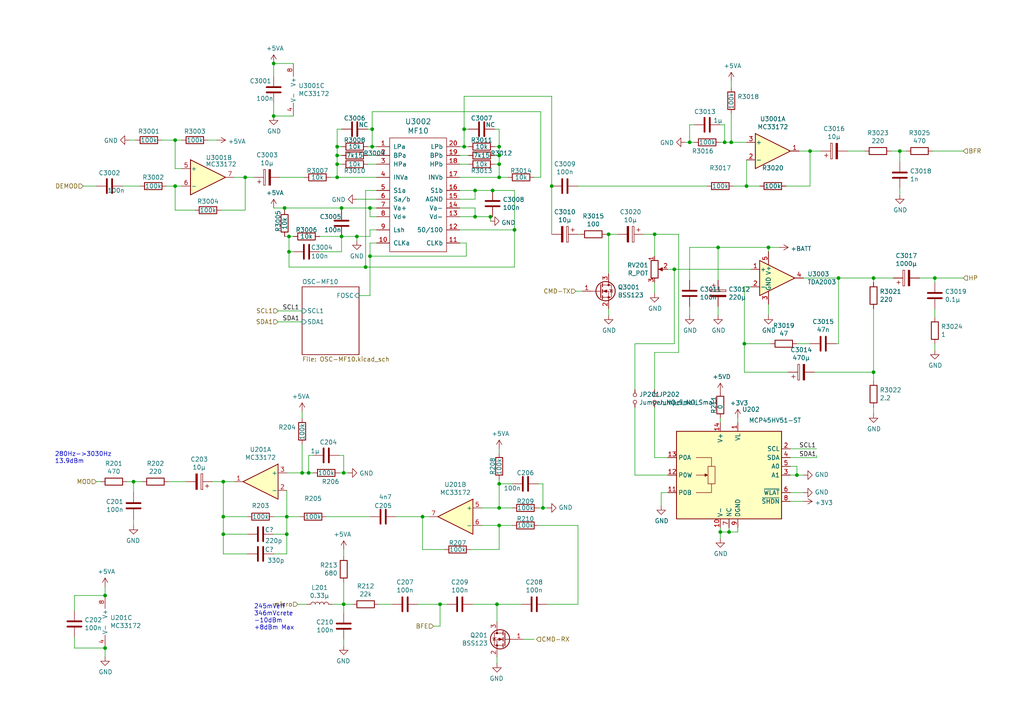
<source format=kicad_sch>
(kicad_sch (version 20211123) (generator eeschema)
  (paper "A4")
  (lib_symbols
    (symbol "Amplifier_Audio:TDA2003" (pin_names (offset 0.127))
      (property "Reference" "U" (at 3.81 6.35 0))
      (property "Value" "TDA2003" (at 3.81 3.81 0))
      (symbol "TDA2003_1_1"
        (pin input line (at -7.62 2.54 0) (length 2.54) (name "+") (number "1"))
        (pin input line (at -7.62 -2.54 0) (length 2.54) (name "-") (number "2"))
        (pin power_in line (at -2.54 -7.62 90) (length 3.81) (name "GND") (number "3"))
        (pin output line (at 7.62 0 180) (length 2.54) (name "~") (number "4"))
        (pin power_in line (at -2.54 7.62 270) (length 3.81) (name "V+") (number "5"))
      )
    )
    (symbol "Amplifier_Operational:MC33172" (pin_names (offset 0.127))
      (property "Reference" "U" (at 0 5.08 0))
      (property "Value" "MC33172" (at 0 -5.08 0))
      (symbol "MC33172_1_1"
        (pin output line (at 7.62 0 180) (length 2.54) (name "~") (number "1"))
        (pin input line (at -7.62 -2.54 0) (length 2.54) (name "-") (number "2"))
        (pin input line (at -7.62 2.54 0) (length 2.54) (name "+") (number "3"))
      )
      (symbol "MC33172_2_1"
        (pin input line (at -7.62 2.54 0) (length 2.54) (name "+") (number "5"))
        (pin input line (at -7.62 -2.54 0) (length 2.54) (name "-") (number "6"))
        (pin output line (at 7.62 0 180) (length 2.54) (name "~") (number "7"))
      )
      (symbol "MC33172_3_1"
        (pin power_in line (at -2.54 -7.62 90) (length 3.81) (name "V-") (number "4"))
        (pin power_in line (at -2.54 7.62 270) (length 3.81) (name "V+") (number "8"))
      )
    )
    (symbol "Audio-IN_OUT-rescue:CP-Device" (pin_numbers hide) (pin_names (offset 0.254))
      (property "Reference" "C" (at 0.635 2.54 0))
      (property "Value" "CP-Device" (at 0.635 -2.54 0))
      (symbol "CP-Device_1_1"
        (pin passive line (at 0 3.81 270) (length 2.794) (name "~") (number "1"))
        (pin passive line (at 0 -3.81 90) (length 2.794) (name "~") (number "2"))
      )
    )
    (symbol "Audio-IN_OUT-rescue:Jumper_NO_Small-Device" (pin_numbers hide) (pin_names (offset 0.762) hide)
      (property "Reference" "JP" (at 0 2.032 0))
      (property "Value" "Jumper_NO_Small-Device" (at 0.254 -1.524 0))
      (symbol "Jumper_NO_Small-Device_0_1"
        (pin passive line (at -2.54 0 0) (length 1.016) (name "1") (number "1"))
        (pin passive line (at 2.54 0 180) (length 1.016) (name "2") (number "2"))
      )
    )
    (symbol "Audio-IN_OUT-rescue:R_POT-Device" (pin_names (offset 1.016) hide)
      (property "Reference" "RV" (at -4.445 0 90))
      (property "Value" "R_POT-Device" (at -2.54 0 90))
      (symbol "R_POT-Device_1_1"
        (pin passive line (at 0 3.81 270) (length 1.27) (name "1") (number "1"))
        (pin passive line (at 3.81 0 180) (length 1.27) (name "2") (number "2"))
        (pin passive line (at 0 -3.81 90) (length 1.27) (name "3") (number "3"))
      )
    )
    (symbol "CEN-SCHEMA:MF10" (pin_names (offset 1.016))
      (property "Reference" "U" (at 0 0 0))
      (property "Value" "MF10" (at 0 0 0))
      (symbol "MF10_1_1"
        (pin input line (at -3.81 -5.08 0) (length 3.81) (name "LPa") (number "1"))
        (pin input line (at -3.81 -33.02 0) (length 3.81) (name "CLKa") (number "10"))
        (pin input line (at 20.32 -33.02 180) (length 3.81) (name "CLKb") (number "11"))
        (pin input line (at 20.32 -29.21 180) (length 3.81) (name "50/100") (number "12"))
        (pin input line (at 20.32 -25.4 180) (length 3.81) (name "Vd-") (number "13"))
        (pin input line (at 20.32 -22.86 180) (length 3.81) (name "Va-") (number "14"))
        (pin input line (at 20.32 -20.32 180) (length 3.81) (name "AGND") (number "15"))
        (pin input line (at 20.32 -17.78 180) (length 3.81) (name "S1b") (number "16"))
        (pin input line (at 20.32 -13.97 180) (length 3.81) (name "INVb") (number "17"))
        (pin input line (at 20.32 -10.16 180) (length 3.81) (name "HPb") (number "18"))
        (pin input line (at 20.32 -7.62 180) (length 3.81) (name "BPb") (number "19"))
        (pin input line (at -3.81 -7.62 0) (length 3.81) (name "BPa") (number "2"))
        (pin input line (at 20.32 -5.08 180) (length 3.81) (name "LPb") (number "20"))
        (pin input line (at -3.81 -10.16 0) (length 3.81) (name "HPa") (number "3"))
        (pin input line (at -3.81 -13.97 0) (length 3.81) (name "INVa") (number "4"))
        (pin input line (at -3.81 -17.78 0) (length 3.81) (name "S1a") (number "5"))
        (pin input line (at -3.81 -20.32 0) (length 3.81) (name "Sa/b") (number "6"))
        (pin input line (at -3.81 -22.86 0) (length 3.81) (name "Va+") (number "7"))
        (pin input line (at -3.81 -25.4 0) (length 3.81) (name "Vd+") (number "8"))
        (pin input line (at -3.81 -29.21 0) (length 3.81) (name "Lsh") (number "9"))
      )
    )
    (symbol "Device:C" (pin_numbers hide) (pin_names (offset 0.254))
      (property "Reference" "C" (at 0.635 2.54 0))
      (property "Value" "C" (at 0.635 -2.54 0))
      (symbol "C_1_1"
        (pin passive line (at 0 3.81 270) (length 2.794) (name "~") (number "1"))
        (pin passive line (at 0 -3.81 90) (length 2.794) (name "~") (number "2"))
      )
    )
    (symbol "Device:L" (pin_numbers hide) (pin_names (offset 1.016) hide)
      (property "Reference" "L" (at -1.27 0 90))
      (property "Value" "L" (at 1.905 0 90))
      (symbol "L_1_1"
        (pin passive line (at 0 3.81 270) (length 1.27) (name "1") (number "1"))
        (pin passive line (at 0 -3.81 90) (length 1.27) (name "2") (number "2"))
      )
    )
    (symbol "Device:R" (pin_numbers hide) (pin_names (offset 0))
      (property "Reference" "R" (at 2.032 0 90))
      (property "Value" "R" (at 0 0 90))
      (symbol "R_1_1"
        (pin passive line (at 0 3.81 270) (length 1.27) (name "~") (number "1"))
        (pin passive line (at 0 -3.81 90) (length 1.27) (name "~") (number "2"))
      )
    )
    (symbol "Potentiometer_Digital:MCP45HV51-ST"
      (property "Reference" "U" (at -13.97 13.97 0))
      (property "Value" "MCP45HV51-ST" (at 11.43 13.97 0))
      (symbol "MCP45HV51-ST_1_1"
        (pin power_in line (at -2.54 15.24 270) (length 2.54) (name "VL") (number "1"))
        (pin power_in line (at 2.54 -15.24 90) (length 2.54) (name "V-") (number "10"))
        (pin passive line (at 17.78 -5.08 180) (length 2.54) (name "P0B") (number "11"))
        (pin passive line (at 17.78 0 180) (length 2.54) (name "P0W") (number "12"))
        (pin passive line (at 17.78 5.08 180) (length 2.54) (name "P0A") (number "13"))
        (pin power_in line (at 2.54 15.24 270) (length 2.54) (name "V+") (number "14"))
        (pin input line (at -17.78 7.62 0) (length 2.54) (name "SCL") (number "2"))
        (pin input line (at -17.78 0 0) (length 2.54) (name "A1") (number "3"))
        (pin bidirectional line (at -17.78 5.08 0) (length 2.54) (name "SDA") (number "4"))
        (pin input line (at -17.78 2.54 0) (length 2.54) (name "A0") (number "5"))
        (pin input line (at -17.78 -5.08 0) (length 2.54) (name "~{WLAT}") (number "6"))
        (pin passive line (at 0 -15.24 90) (length 2.54) (name "NC") (number "7"))
        (pin input line (at -17.78 -7.62 0) (length 2.54) (name "~{SHDN}") (number "8"))
        (pin power_in line (at -2.54 -15.24 90) (length 2.54) (name "DGND") (number "9"))
      )
    )
    (symbol "Transistor_FET:BSS123" (pin_names hide)
      (property "Reference" "Q" (at 5.08 1.905 0))
      (property "Value" "BSS123" (at 5.08 0 0))
      (symbol "BSS123_1_1"
        (pin input line (at -5.08 0 0) (length 2.54) (name "G") (number "1"))
        (pin passive line (at 2.54 -5.08 90) (length 2.54) (name "S") (number "2"))
        (pin passive line (at 2.54 5.08 270) (length 2.54) (name "D") (number "3"))
      )
    )
    (symbol "power:+3V3" (power) (pin_names (offset 0))
      (property "Value" "+3V3" (at 0 3.556 0))
      (symbol "+3V3_1_1"
        (pin power_in line (at 0 0 90) (length 0) hide (name "+3V3") (number "1"))
      )
    )
    (symbol "power:+5VA" (power) (pin_names (offset 0))
      (property "Value" "+5VA" (at 0 3.556 0))
      (symbol "+5VA_1_1"
        (pin power_in line (at 0 0 90) (length 0) hide (name "+5VA") (number "1"))
      )
    )
    (symbol "power:+5VD" (power) (pin_names (offset 0))
      (property "Value" "+5VD" (at 0 3.556 0))
      (symbol "+5VD_1_1"
        (pin power_in line (at 0 0 90) (length 0) hide (name "+5VD") (number "1"))
      )
    )
    (symbol "power:+BATT" (power) (pin_names (offset 0))
      (property "Value" "+BATT" (at 0 3.556 0))
      (symbol "+BATT_1_1"
        (pin power_in line (at 0 0 90) (length 0) hide (name "+BATT") (number "1"))
      )
    )
    (symbol "power:GND" (power) (pin_names (offset 0))
      (property "Value" "GND" (at 0 -3.81 0))
      (symbol "GND_1_1"
        (pin power_in line (at 0 0 270) (length 0) hide (name "GND") (number "1"))
      )
    )
  )
  (junction (at 260.985 43.815))
  (junction (at 64.77 139.7))
  (junction (at 99.06 68.58))
  (junction (at 212.09 41.275))
  (junction (at 144.145 175.26))
  (junction (at 50.8 53.975))
  (junction (at 211.455 154.305))
  (junction (at 222.885 71.755))
  (junction (at 107.315 60.325))
  (junction (at 271.145 80.645))
  (junction (at 216.535 53.975))
  (junction (at 134.62 42.545))
  (junction (at 38.735 139.7))
  (junction (at 176.53 67.945))
  (junction (at 83.185 154.94))
  (junction (at 208.28 71.755))
  (junction (at 83.82 68.58))
  (junction (at 134.62 37.465))
  (junction (at 103.505 68.58))
  (junction (at 122.555 149.86))
  (junction (at 30.48 172.72))
  (junction (at 215.9 99.695))
  (junction (at 253.365 107.95))
  (junction (at 64.77 149.86))
  (junction (at 200.025 41.275))
  (junction (at 243.205 80.645))
  (junction (at 99.695 137.16))
  (junction (at 144.78 152.4))
  (junction (at 99.695 175.26))
  (junction (at 253.365 80.645))
  (junction (at 144.78 42.545))
  (junction (at 195.58 78.105))
  (junction (at 210.185 41.275))
  (junction (at 144.78 147.32))
  (junction (at 97.79 42.545))
  (junction (at 231.14 137.795))
  (junction (at 97.79 47.625))
  (junction (at 64.77 154.94))
  (junction (at 83.82 73.025))
  (junction (at 137.795 55.245))
  (junction (at 149.225 66.675))
  (junction (at 71.12 51.435))
  (junction (at 107.315 74.295))
  (junction (at 89.535 137.16))
  (junction (at 30.48 187.96))
  (junction (at 79.375 18.415))
  (junction (at 107.95 42.545))
  (junction (at 106.045 77.47))
  (junction (at 83.185 149.86))
  (junction (at 99.06 60.325))
  (junction (at 107.95 37.465))
  (junction (at 82.55 60.325))
  (junction (at 144.78 140.335))
  (junction (at 208.915 154.305))
  (junction (at 97.79 45.085))
  (junction (at 79.375 33.655))
  (junction (at 144.78 51.435))
  (junction (at 127.635 175.26))
  (junction (at 87.63 137.16))
  (junction (at 160.02 53.975))
  (junction (at 144.78 47.625))
  (junction (at 144.78 45.085))
  (junction (at 157.48 147.32))
  (junction (at 142.875 55.245))
  (junction (at 234.95 43.815))
  (junction (at 137.795 62.865))
  (junction (at 50.8 40.64))
  (junction (at 189.865 67.945))
  (junction (at 97.79 51.435))
  (junction (at 142.24 62.865))
  (wire (pts (xy 243.205 80.645) (xy 233.045 80.645)))
  (wire (pts (xy 208.28 81.28) (xy 208.28 71.755)))
  (wire (pts (xy 79.375 33.655) (xy 85.09 33.655)))
  (wire (pts (xy 144.78 47.625) (xy 144.78 51.435)))
  (wire (pts (xy 176.53 67.945) (xy 176.53 79.375)))
  (wire (pts (xy 83.82 68.58) (xy 83.82 73.025)))
  (wire (pts (xy 234.95 53.975) (xy 234.95 43.815)))
  (wire (pts (xy 168.91 84.455) (xy 167.005 84.455)))
  (wire (pts (xy 107.315 149.86) (xy 94.615 149.86)))
  (wire (pts (xy 189.865 81.915) (xy 189.865 85.09)))
  (wire (pts (xy 160.02 27.94) (xy 160.02 53.975)))
  (wire (pts (xy 134.62 42.545) (xy 135.89 42.545)))
  (wire (pts (xy 92.71 73.025) (xy 99.06 73.025)))
  (wire (pts (xy 87.63 128.905) (xy 87.63 137.16)))
  (wire (pts (xy 137.795 57.785) (xy 137.795 55.245)))
  (wire (pts (xy 156.21 147.32) (xy 157.48 147.32)))
  (wire (pts (xy 157.48 147.32) (xy 157.48 140.335)))
  (wire (pts (xy 99.695 137.16) (xy 99.695 132.08)))
  (wire (pts (xy 144.78 51.435) (xy 147.32 51.435)))
  (wire (pts (xy 144.78 152.4) (xy 144.78 159.385)))
  (wire (pts (xy 189.865 118.11) (xy 189.865 132.715)))
  (wire (pts (xy 107.315 74.295) (xy 107.315 85.725)))
  (wire (pts (xy 210.185 36.195) (xy 210.185 41.275)))
  (wire (pts (xy 36.83 139.7) (xy 38.735 139.7)))
  (wire (pts (xy 109.22 55.245) (xy 106.045 55.245)))
  (wire (pts (xy 109.22 57.785) (xy 103.505 57.785)))
  (wire (pts (xy 149.225 55.245) (xy 142.875 55.245)))
  (wire (pts (xy 64.77 160.655) (xy 64.77 154.94)))
  (wire (pts (xy 215.9 99.695) (xy 215.9 107.95)))
  (wire (pts (xy 99.695 132.08) (xy 98.425 132.08)))
  (wire (pts (xy 79.375 22.225) (xy 79.375 18.415)))
  (wire (pts (xy 184.15 99.695) (xy 195.58 99.695)))
  (wire (pts (xy 189.865 102.235) (xy 196.85 102.235)))
  (wire (pts (xy 208.915 153.035) (xy 208.915 154.305)))
  (wire (pts (xy 208.915 154.305) (xy 211.455 154.305)))
  (wire (pts (xy 92.71 68.58) (xy 99.06 68.58)))
  (wire (pts (xy 133.35 47.625) (xy 135.89 47.625)))
  (wire (pts (xy 109.855 175.26) (xy 113.665 175.26)))
  (wire (pts (xy 109.22 51.435) (xy 97.79 51.435)))
  (wire (pts (xy 39.37 40.64) (xy 37.465 40.64)))
  (wire (pts (xy 82.55 60.96) (xy 82.55 60.325)))
  (wire (pts (xy 99.695 175.26) (xy 96.52 175.26)))
  (wire (pts (xy 212.09 33.02) (xy 212.09 41.275)))
  (wire (pts (xy 222.885 88.265) (xy 222.885 91.44)))
  (wire (pts (xy 53.975 139.7) (xy 48.895 139.7)))
  (wire (pts (xy 149.225 77.47) (xy 106.045 77.47)))
  (wire (pts (xy 137.795 62.865) (xy 133.35 62.865)))
  (wire (pts (xy 137.795 60.325) (xy 137.795 62.865)))
  (wire (pts (xy 208.915 154.305) (xy 208.915 156.21)))
  (wire (pts (xy 260.985 46.99) (xy 260.985 43.815)))
  (wire (pts (xy 83.185 149.86) (xy 83.185 154.94)))
  (wire (pts (xy 229.235 137.795) (xy 231.14 137.795)))
  (wire (pts (xy 222.885 73.025) (xy 222.885 71.755)))
  (wire (pts (xy 103.505 68.58) (xy 107.315 68.58)))
  (wire (pts (xy 156.845 51.435) (xy 154.94 51.435)))
  (wire (pts (xy 99.695 185.42) (xy 99.695 187.325)))
  (wire (pts (xy 64.77 154.94) (xy 71.755 154.94)))
  (wire (pts (xy 83.82 68.58) (xy 82.55 68.58)))
  (wire (pts (xy 38.735 142.875) (xy 38.735 139.7)))
  (wire (pts (xy 160.02 53.975) (xy 160.02 67.945)))
  (wire (pts (xy 102.235 175.26) (xy 99.695 175.26)))
  (wire (pts (xy 99.695 175.26) (xy 99.695 177.8)))
  (wire (pts (xy 208.915 122.555) (xy 208.915 121.285)))
  (wire (pts (xy 89.535 137.16) (xy 87.63 137.16)))
  (wire (pts (xy 215.9 83.185) (xy 217.805 83.185)))
  (wire (pts (xy 87.63 90.17) (xy 80.645 90.17)))
  (wire (pts (xy 97.79 45.085) (xy 97.79 42.545)))
  (wire (pts (xy 144.78 131.445) (xy 144.78 130.175)))
  (wire (pts (xy 236.855 132.715) (xy 236.855 132.08)))
  (wire (pts (xy 200.025 41.275) (xy 200.025 36.195)))
  (wire (pts (xy 189.865 67.945) (xy 189.865 74.295)))
  (wire (pts (xy 99.695 168.91) (xy 99.695 175.26)))
  (wire (pts (xy 226.06 71.755) (xy 222.885 71.755)))
  (wire (pts (xy 167.64 152.4) (xy 167.64 175.26)))
  (wire (pts (xy 236.22 107.95) (xy 253.365 107.95)))
  (wire (pts (xy 71.755 149.86) (xy 64.77 149.86)))
  (wire (pts (xy 143.51 47.625) (xy 144.78 47.625)))
  (wire (pts (xy 151.13 175.26) (xy 144.145 175.26)))
  (wire (pts (xy 189.865 67.945) (xy 196.85 67.945)))
  (wire (pts (xy 260.985 43.815) (xy 258.445 43.815)))
  (wire (pts (xy 135.255 70.485) (xy 133.35 70.485)))
  (wire (pts (xy 213.995 154.305) (xy 213.995 153.035)))
  (wire (pts (xy 231.14 99.695) (xy 234.95 99.695)))
  (wire (pts (xy 149.225 66.675) (xy 149.225 55.245)))
  (wire (pts (xy 184.15 118.11) (xy 184.15 137.795)))
  (wire (pts (xy 50.8 40.64) (xy 52.705 40.64)))
  (wire (pts (xy 184.15 99.695) (xy 184.15 113.03)))
  (wire (pts (xy 99.06 47.625) (xy 97.79 47.625)))
  (wire (pts (xy 167.64 175.26) (xy 158.75 175.26)))
  (wire (pts (xy 83.185 149.86) (xy 86.995 149.86)))
  (wire (pts (xy 107.95 37.465) (xy 107.95 32.385)))
  (wire (pts (xy 253.365 107.95) (xy 253.365 110.49)))
  (wire (pts (xy 144.145 190.5) (xy 144.145 192.405)))
  (wire (pts (xy 79.375 29.845) (xy 79.375 33.655)))
  (wire (pts (xy 133.35 66.675) (xy 149.225 66.675)))
  (wire (pts (xy 97.79 51.435) (xy 95.885 51.435)))
  (wire (pts (xy 106.045 77.47) (xy 106.045 55.245)))
  (wire (pts (xy 186.69 67.945) (xy 189.865 67.945)))
  (wire (pts (xy 107.95 32.385) (xy 156.845 32.385)))
  (wire (pts (xy 71.755 160.655) (xy 64.77 160.655)))
  (wire (pts (xy 99.06 68.58) (xy 103.505 68.58)))
  (wire (pts (xy 208.915 41.275) (xy 210.185 41.275)))
  (wire (pts (xy 50.8 48.895) (xy 50.8 40.64)))
  (wire (pts (xy 144.145 175.26) (xy 137.16 175.26)))
  (wire (pts (xy 144.78 152.4) (xy 148.59 152.4)))
  (wire (pts (xy 114.935 149.86) (xy 122.555 149.86)))
  (wire (pts (xy 106.68 47.625) (xy 109.22 47.625)))
  (wire (pts (xy 134.62 37.465) (xy 134.62 42.545)))
  (wire (pts (xy 107.315 74.295) (xy 135.255 74.295)))
  (wire (pts (xy 156.845 32.385) (xy 156.845 51.435)))
  (wire (pts (xy 64.135 60.96) (xy 71.12 60.96)))
  (wire (pts (xy 27.94 53.975) (xy 24.13 53.975)))
  (wire (pts (xy 216.535 53.975) (xy 212.725 53.975)))
  (wire (pts (xy 200.025 71.755) (xy 200.025 81.28)))
  (wire (pts (xy 229.235 142.875) (xy 233.045 142.875)))
  (wire (pts (xy 149.225 66.675) (xy 149.225 77.47)))
  (wire (pts (xy 271.145 89.535) (xy 271.145 92.075)))
  (wire (pts (xy 231.14 135.255) (xy 231.14 137.795)))
  (wire (pts (xy 21.59 184.785) (xy 21.59 187.96)))
  (wire (pts (xy 133.35 42.545) (xy 134.62 42.545)))
  (wire (pts (xy 231.775 43.815) (xy 234.95 43.815)))
  (wire (pts (xy 99.695 161.29) (xy 99.695 159.385)))
  (wire (pts (xy 107.315 62.865) (xy 109.22 62.865)))
  (wire (pts (xy 195.58 78.105) (xy 217.805 78.105)))
  (wire (pts (xy 30.48 187.96) (xy 30.48 190.5)))
  (wire (pts (xy 134.62 37.465) (xy 134.62 27.94)))
  (wire (pts (xy 144.78 139.065) (xy 144.78 140.335)))
  (wire (pts (xy 227.965 53.975) (xy 234.95 53.975)))
  (wire (pts (xy 107.315 68.58) (xy 107.315 66.675)))
  (wire (pts (xy 176.53 67.945) (xy 179.07 67.945)))
  (wire (pts (xy 137.795 62.865) (xy 142.24 62.865)))
  (wire (pts (xy 133.35 60.325) (xy 137.795 60.325)))
  (wire (pts (xy 64.77 154.94) (xy 64.77 149.86)))
  (wire (pts (xy 234.95 43.815) (xy 238.125 43.815)))
  (wire (pts (xy 133.35 55.245) (xy 137.795 55.245)))
  (wire (pts (xy 64.77 149.86) (xy 64.77 139.7)))
  (wire (pts (xy 90.805 132.08) (xy 89.535 132.08)))
  (wire (pts (xy 52.705 48.895) (xy 50.8 48.895)))
  (wire (pts (xy 83.82 77.47) (xy 106.045 77.47)))
  (wire (pts (xy 97.79 51.435) (xy 97.79 47.625)))
  (wire (pts (xy 79.375 18.415) (xy 85.09 18.415)))
  (wire (pts (xy 71.12 60.96) (xy 71.12 51.435)))
  (wire (pts (xy 97.79 37.465) (xy 99.06 37.465)))
  (wire (pts (xy 87.63 93.345) (xy 80.645 93.345)))
  (wire (pts (xy 127.635 175.26) (xy 121.285 175.26)))
  (wire (pts (xy 135.89 37.465) (xy 134.62 37.465)))
  (wire (pts (xy 107.95 42.545) (xy 109.22 42.545)))
  (wire (pts (xy 151.765 185.42) (xy 154.94 185.42)))
  (wire (pts (xy 253.365 80.645) (xy 253.365 81.915)))
  (wire (pts (xy 262.89 43.815) (xy 260.985 43.815)))
  (wire (pts (xy 253.365 80.645) (xy 259.08 80.645)))
  (wire (pts (xy 175.895 67.945) (xy 176.53 67.945)))
  (wire (pts (xy 129.54 175.26) (xy 127.635 175.26)))
  (wire (pts (xy 30.48 170.18) (xy 30.48 172.72)))
  (wire (pts (xy 99.06 60.96) (xy 99.06 60.325)))
  (wire (pts (xy 87.63 121.285) (xy 87.63 119.38)))
  (wire (pts (xy 82.55 60.325) (xy 99.06 60.325)))
  (wire (pts (xy 99.06 45.085) (xy 97.79 45.085)))
  (wire (pts (xy 144.78 42.545) (xy 144.78 45.085)))
  (wire (pts (xy 82.55 60.325) (xy 79.375 60.325)))
  (wire (pts (xy 107.315 85.725) (xy 104.14 85.725)))
  (wire (pts (xy 271.145 80.645) (xy 271.145 81.915)))
  (wire (pts (xy 107.95 42.545) (xy 107.95 37.465)))
  (wire (pts (xy 50.8 60.96) (xy 56.515 60.96)))
  (wire (pts (xy 213.995 122.555) (xy 213.995 121.285)))
  (wire (pts (xy 231.14 137.795) (xy 233.045 137.795)))
  (wire (pts (xy 85.09 68.58) (xy 83.82 68.58)))
  (wire (pts (xy 208.28 88.9) (xy 208.28 91.44)))
  (wire (pts (xy 106.68 42.545) (xy 107.95 42.545)))
  (wire (pts (xy 99.06 73.025) (xy 99.06 68.58)))
  (wire (pts (xy 71.12 51.435) (xy 67.945 51.435)))
  (wire (pts (xy 142.24 62.865) (xy 142.875 62.865)))
  (wire (pts (xy 215.9 107.95) (xy 228.6 107.95)))
  (wire (pts (xy 216.535 46.355) (xy 216.535 53.975)))
  (wire (pts (xy 200.025 36.195) (xy 201.295 36.195)))
  (wire (pts (xy 107.315 60.325) (xy 107.315 62.865)))
  (wire (pts (xy 157.48 140.335) (xy 156.21 140.335)))
  (wire (pts (xy 79.375 154.94) (xy 83.185 154.94)))
  (wire (pts (xy 143.51 37.465) (xy 144.78 37.465)))
  (wire (pts (xy 21.59 172.72) (xy 21.59 177.165)))
  (wire (pts (xy 215.9 83.185) (xy 215.9 99.695)))
  (wire (pts (xy 107.315 70.485) (xy 107.315 74.295)))
  (wire (pts (xy 38.735 150.495) (xy 38.735 152.4)))
  (wire (pts (xy 99.06 60.325) (xy 107.315 60.325)))
  (wire (pts (xy 143.51 45.085) (xy 144.78 45.085)))
  (wire (pts (xy 229.235 145.415) (xy 233.045 145.415)))
  (wire (pts (xy 196.85 67.945) (xy 196.85 102.235)))
  (wire (pts (xy 270.51 43.815) (xy 279.4 43.815)))
  (wire (pts (xy 83.185 142.24) (xy 83.185 149.86)))
  (wire (pts (xy 144.145 180.34) (xy 144.145 175.26)))
  (wire (pts (xy 144.78 37.465) (xy 144.78 42.545)))
  (wire (pts (xy 109.22 45.085) (xy 106.68 45.085)))
  (wire (pts (xy 229.235 130.175) (xy 236.855 130.175)))
  (wire (pts (xy 89.535 132.08) (xy 89.535 137.16)))
  (wire (pts (xy 144.78 159.385) (xy 136.525 159.385)))
  (wire (pts (xy 215.9 99.695) (xy 223.52 99.695)))
  (wire (pts (xy 266.7 80.645) (xy 271.145 80.645)))
  (wire (pts (xy 83.185 149.86) (xy 79.375 149.86)))
  (wire (pts (xy 260.985 54.61) (xy 260.985 56.515)))
  (wire (pts (xy 127.635 181.61) (xy 127.635 175.26)))
  (wire (pts (xy 243.205 99.695) (xy 243.205 80.645)))
  (wire (pts (xy 253.365 118.11) (xy 253.365 120.015)))
  (wire (pts (xy 81.28 51.435) (xy 88.265 51.435)))
  (wire (pts (xy 243.205 80.645) (xy 253.365 80.645)))
  (wire (pts (xy 99.695 137.16) (xy 98.425 137.16)))
  (wire (pts (xy 135.255 74.295) (xy 135.255 70.485)))
  (wire (pts (xy 46.99 40.64) (xy 50.8 40.64)))
  (wire (pts (xy 184.15 137.795) (xy 193.675 137.795)))
  (wire (pts (xy 103.505 68.58) (xy 103.505 69.85)))
  (wire (pts (xy 193.675 142.875) (xy 191.77 142.875)))
  (wire (pts (xy 38.735 139.7) (xy 41.275 139.7)))
  (wire (pts (xy 222.885 71.755) (xy 208.28 71.755)))
  (wire (pts (xy 109.22 70.485) (xy 107.315 70.485)))
  (wire (pts (xy 83.185 160.655) (xy 79.375 160.655)))
  (wire (pts (xy 144.78 51.435) (xy 133.35 51.435)))
  (wire (pts (xy 189.865 132.715) (xy 193.675 132.715)))
  (wire (pts (xy 271.145 80.645) (xy 279.4 80.645)))
  (wire (pts (xy 167.64 53.975) (xy 205.105 53.975)))
  (wire (pts (xy 143.51 42.545) (xy 144.78 42.545)))
  (wire (pts (xy 83.82 73.025) (xy 83.82 77.47)))
  (wire (pts (xy 88.9 175.26) (xy 86.36 175.26)))
  (wire (pts (xy 156.21 152.4) (xy 167.64 152.4)))
  (wire (pts (xy 137.795 55.245) (xy 142.875 55.245)))
  (wire (pts (xy 30.48 172.72) (xy 21.59 172.72)))
  (wire (pts (xy 83.185 154.94) (xy 83.185 160.655)))
  (wire (pts (xy 48.26 53.975) (xy 50.8 53.975)))
  (wire (pts (xy 60.325 40.64) (xy 62.865 40.64)))
  (wire (pts (xy 229.235 132.715) (xy 236.855 132.715)))
  (wire (pts (xy 211.455 153.035) (xy 211.455 154.305)))
  (wire (pts (xy 253.365 107.95) (xy 253.365 89.535)))
  (wire (pts (xy 210.185 41.275) (xy 212.09 41.275)))
  (wire (pts (xy 97.79 42.545) (xy 99.06 42.545)))
  (wire (pts (xy 229.235 135.255) (xy 231.14 135.255)))
  (wire (pts (xy 133.35 45.085) (xy 135.89 45.085)))
  (wire (pts (xy 198.755 41.275) (xy 200.025 41.275)))
  (wire (pts (xy 90.805 137.16) (xy 89.535 137.16)))
  (wire (pts (xy 144.78 140.335) (xy 144.78 147.32)))
  (wire (pts (xy 50.8 53.975) (xy 52.705 53.975)))
  (wire (pts (xy 87.63 137.16) (xy 83.185 137.16)))
  (wire (pts (xy 157.48 147.32) (xy 158.75 147.32)))
  (wire (pts (xy 189.865 113.03) (xy 189.865 102.235)))
  (wire (pts (xy 97.79 42.545) (xy 97.79 37.465)))
  (wire (pts (xy 100.965 137.16) (xy 99.695 137.16)))
  (wire (pts (xy 216.535 53.975) (xy 220.345 53.975)))
  (wire (pts (xy 212.09 41.275) (xy 216.535 41.275)))
  (wire (pts (xy 193.675 78.105) (xy 195.58 78.105)))
  (wire (pts (xy 71.12 51.435) (xy 73.66 51.435)))
  (wire (pts (xy 50.8 53.975) (xy 50.8 60.96)))
  (wire (pts (xy 245.745 43.815) (xy 250.825 43.815)))
  (wire (pts (xy 64.77 139.7) (xy 61.595 139.7)))
  (wire (pts (xy 134.62 27.94) (xy 160.02 27.94)))
  (wire (pts (xy 67.945 139.7) (xy 64.77 139.7)))
  (wire (pts (xy 148.59 140.335) (xy 144.78 140.335)))
  (wire (pts (xy 97.79 47.625) (xy 97.79 45.085)))
  (wire (pts (xy 133.35 57.785) (xy 137.795 57.785)))
  (wire (pts (xy 191.77 142.875) (xy 191.77 146.685)))
  (wire (pts (xy 212.09 25.4) (xy 212.09 23.495)))
  (wire (pts (xy 106.68 37.465) (xy 107.95 37.465)))
  (wire (pts (xy 167.64 67.945) (xy 168.275 67.945)))
  (wire (pts (xy 109.22 60.325) (xy 107.315 60.325)))
  (wire (pts (xy 122.555 149.86) (xy 124.46 149.86)))
  (wire (pts (xy 21.59 187.96) (xy 30.48 187.96)))
  (wire (pts (xy 242.57 99.695) (xy 243.205 99.695)))
  (wire (pts (xy 128.905 159.385) (xy 122.555 159.385)))
  (wire (pts (xy 211.455 154.305) (xy 213.995 154.305)))
  (wire (pts (xy 271.145 99.695) (xy 271.145 101.6)))
  (wire (pts (xy 195.58 99.695) (xy 195.58 78.105)))
  (wire (pts (xy 208.28 71.755) (xy 200.025 71.755)))
  (wire (pts (xy 107.315 66.675) (xy 109.22 66.675)))
  (wire (pts (xy 139.7 152.4) (xy 144.78 152.4)))
  (wire (pts (xy 122.555 159.385) (xy 122.555 149.86)))
  (wire (pts (xy 200.025 41.275) (xy 201.295 41.275)))
  (wire (pts (xy 139.7 147.32) (xy 144.78 147.32)))
  (wire (pts (xy 208.915 36.195) (xy 210.185 36.195)))
  (wire (pts (xy 29.21 139.7) (xy 27.94 139.7)))
  (wire (pts (xy 142.24 62.865) (xy 142.24 64.135)))
  (wire (pts (xy 144.78 147.32) (xy 148.59 147.32)))
  (wire (pts (xy 125.73 181.61) (xy 127.635 181.61)))
  (wire (pts (xy 176.53 89.535) (xy 176.53 91.44)))
  (wire (pts (xy 85.09 73.025) (xy 83.82 73.025)))
  (wire (pts (xy 200.025 88.9) (xy 200.025 91.44)))
  (wire (pts (xy 144.78 45.085) (xy 144.78 47.625)))
  (wire (pts (xy 35.56 53.975) (xy 40.64 53.975)))
  (text "280Hz->3030Hz\n13.9dBm" (at 15.875 134.62 0) (effects (font (size 1.27 1.27)) (justify left bottom)))
  (text "245mVeff\n346mVcrete\n-10dBm\n+8dBm Max" (at 73.66 182.88 0) (effects (font (size 1.27 1.27)) (justify left bottom)))
  (label "SDA1" (at 231.775 132.715 0))
  (label "SCL1" (at 231.775 130.175 0))
  (label "SDA1" (at 81.915 93.345 0))
  (label "SCL1" (at 81.915 90.17 0))
  (hierarchical_label "micro" (shape input) (at 86.36 175.26 180))
  (hierarchical_label "BFR" (shape input) (at 279.4 43.815 0))
  (hierarchical_label "BFE" (shape input) (at 125.73 181.61 180))
  (hierarchical_label "MOD" (shape input) (at 27.94 139.7 180))
  (hierarchical_label "SDA1" (shape input) (at 80.645 93.345 180))
  (hierarchical_label "CMD-TX" (shape input) (at 167.005 84.455 180))
  (hierarchical_label "SCL1" (shape input) (at 80.645 90.17 180))
  (hierarchical_label "CMD-RX" (shape input) (at 155.575 185.42 0))
  (hierarchical_label "DEMOD" (shape input) (at 24.13 53.975 180))
  (hierarchical_label "HP" (shape input) (at 279.4 80.645 0))
  (symbol (lib_id "Amplifier_Audio:TDA2003") (at 225.425 80.645 0) (unit 1)
    (property "Reference" "U3003" (at 234.1626 79.4766 0) (effects (justify left)))
    (property "Value" "TDA2003" (at 234.1626 81.788 0) (effects (justify left)))
    (property "Footprint" "Package_TO_SOT_THT:TO-220-5_P3.4x3.8mm_StaggerOdd_Lead7.13mm_TabDown" (effects hide))
    (property "Datasheet" "http://www.onsemi.com/pub/Collateral/MC33171-D.PDF" (effects hide))
  )
  (symbol (lib_id "CEN-SCHEMA:MF10") (at 113.03 37.465 0) (unit 1)
    (property "Reference" "U3002" (at 121.285 35.2552 0) (effects (font (size 1.524 1.524))))
    (property "Value" "MF10" (at 121.285 37.9476 0) (effects (font (size 1.524 1.524))))
    (property "Footprint" "Package_SO:SOIC-20W_7.5x12.8mm_P1.27mm" (effects hide))
    (property "Datasheet" "http://www.onsemi.com/pub/Collateral/MC33171-D.PDF" (effects hide))
  )
  (symbol (lib_id "Device:R") (at 102.87 42.545 270) (unit 1)
    (property "Reference" "R3008" (at 102.87 40.64 90))
    (property "Value" "10k" (at 102.87 42.545 90))
    (property "Footprint" "Resistor_SMD:R_0603_1608Metric" (effects hide))
  )
  (symbol (lib_id "Device:R") (at 102.87 45.085 270) (unit 1)
    (property "Reference" "R3009" (at 108.585 44.45 90))
    (property "Value" "7k15" (at 102.87 45.085 90))
    (property "Footprint" "Resistor_SMD:R_0603_1608Metric" (effects hide))
  )
  (symbol (lib_id "Device:R") (at 102.87 47.625 270) (unit 1)
    (property "Reference" "R3010" (at 102.87 49.53 90))
    (property "Value" "10k" (at 102.87 47.625 90))
    (property "Footprint" "Resistor_SMD:R_0603_1608Metric" (effects hide))
  )
  (symbol (lib_id "Device:R") (at 139.7 42.545 270) (unit 1)
    (property "Reference" "R3011" (at 139.7 40.64 90))
    (property "Value" "10k" (at 139.7 42.545 90))
    (property "Footprint" "Resistor_SMD:R_0603_1608Metric" (effects hide))
  )
  (symbol (lib_id "Device:R") (at 139.7 45.085 270) (unit 1)
    (property "Reference" "R3012" (at 145.415 44.45 90))
    (property "Value" "7k15" (at 139.7 45.085 90))
    (property "Footprint" "Resistor_SMD:R_0603_1608Metric" (effects hide))
  )
  (symbol (lib_id "Device:R") (at 139.7 47.625 270) (unit 1)
    (property "Reference" "R3013" (at 139.7 49.53 90))
    (property "Value" "10k" (at 139.7 47.625 90))
    (property "Footprint" "Resistor_SMD:R_0603_1608Metric" (effects hide))
  )
  (symbol (lib_id "Device:R") (at 92.075 51.435 270) (unit 1)
    (property "Reference" "R3007" (at 92.075 49.53 90))
    (property "Value" "10k" (at 92.075 51.435 90))
    (property "Footprint" "Resistor_SMD:R_0603_1608Metric" (effects hide))
  )
  (symbol (lib_id "Device:R") (at 151.13 51.435 270) (unit 1)
    (property "Reference" "R3014" (at 151.13 49.53 90))
    (property "Value" "10k" (at 151.13 51.435 90))
    (property "Footprint" "Resistor_SMD:R_0603_1608Metric" (effects hide))
  )
  (symbol (lib_id "Device:C") (at 102.87 37.465 270) (unit 1)
    (property "Reference" "C3006" (at 102.87 34.29 90))
    (property "Value" "NC" (at 105.41 36.195 90))
    (property "Footprint" "Capacitor_SMD:C_0603_1608Metric" (effects hide))
  )
  (symbol (lib_id "Device:C") (at 139.7 37.465 270) (unit 1)
    (property "Reference" "C3007" (at 139.7 34.29 90))
    (property "Value" "NC" (at 142.24 36.195 90))
    (property "Footprint" "Capacitor_SMD:C_0603_1608Metric" (effects hide))
  )
  (symbol (lib_id "Device:C") (at 142.875 59.055 180) (unit 1)
    (property "Reference" "C3008" (at 145.796 57.8866 0) (effects (justify right)))
    (property "Value" "100n" (at 145.796 60.198 0) (effects (justify right)))
    (property "Footprint" "Capacitor_SMD:C_0603_1608Metric" (effects hide))
  )
  (symbol (lib_id "Device:R") (at 82.55 64.77 180) (unit 1)
    (property "Reference" "R3005" (at 80.645 67.31 90) (effects (justify right)))
    (property "Value" "10k" (at 82.55 66.675 90) (effects (justify right)))
    (property "Footprint" "Resistor_SMD:R_0603_1608Metric" (effects hide))
  )
  (symbol (lib_id "Device:C") (at 99.06 64.77 0) (unit 1)
    (property "Reference" "C3005" (at 92.71 62.865 0) (effects (justify left)))
    (property "Value" "100n" (at 93.98 66.675 0) (effects (justify left)))
    (property "Footprint" "Capacitor_SMD:C_0603_1608Metric" (effects hide))
  )
  (symbol (lib_id "power:GND") (at 103.505 57.785 270) (unit 1)
    (property "Reference" "#PWR0133" (effects hide))
    (property "Value" "GND" (at 100.2538 57.912 90) (effects (justify right)))
  )
  (symbol (lib_id "Device:R") (at 88.9 68.58 270) (unit 1)
    (property "Reference" "R3006" (at 88.9 66.675 90))
    (property "Value" "10k" (at 88.9 68.58 90))
    (property "Footprint" "Resistor_SMD:R_0603_1608Metric" (effects hide))
  )
  (symbol (lib_id "Device:C") (at 88.9 73.025 270) (unit 1)
    (property "Reference" "C3004" (at 93.345 71.755 90))
    (property "Value" "100n" (at 92.71 74.295 90))
    (property "Footprint" "Capacitor_SMD:C_0603_1608Metric" (effects hide))
  )
  (symbol (lib_id "Audio-IN_OUT-rescue:CP-Device") (at 163.83 67.945 270) (unit 1)
    (property "Reference" "C3010" (at 163.83 61.468 90))
    (property "Value" "10µ" (at 163.83 63.7794 90))
    (property "Footprint" "Capacitor_Tantalum_SMD:CP_EIA-3216-18_Kemet-A" (effects hide))
  )
  (symbol (lib_id "Device:C") (at 238.76 99.695 270) (unit 1)
    (property "Reference" "C3015" (at 238.76 93.2942 90))
    (property "Value" "47n" (at 238.76 95.6056 90))
    (property "Footprint" "Capacitor_SMD:C_0603_1608Metric" (effects hide))
  )
  (symbol (lib_id "Device:R") (at 227.33 99.695 270) (unit 1)
    (property "Reference" "R3019" (at 227.33 94.4372 90))
    (property "Value" "47" (at 227.33 96.7486 90))
    (property "Footprint" "Resistor_SMD:R_0603_1608Metric" (effects hide))
  )
  (symbol (lib_id "Device:R") (at 253.365 85.725 0) (unit 1)
    (property "Reference" "R3021" (at 255.143 84.5566 0) (effects (justify left)))
    (property "Value" "220" (at 255.143 86.868 0) (effects (justify left)))
    (property "Footprint" "Resistor_SMD:R_0603_1608Metric" (effects hide))
  )
  (symbol (lib_id "Device:R") (at 253.365 114.3 0) (unit 1)
    (property "Reference" "R3022" (at 255.143 113.1316 0) (effects (justify left)))
    (property "Value" "2.2" (at 255.143 115.443 0) (effects (justify left)))
    (property "Footprint" "Resistor_SMD:R_0603_1608Metric" (effects hide))
  )
  (symbol (lib_id "power:GND") (at 253.365 120.015 0) (unit 1)
    (property "Reference" "#PWR0129" (effects hide))
    (property "Value" "GND" (at 253.492 124.4092 0))
  )
  (symbol (lib_id "Audio-IN_OUT-rescue:CP-Device") (at 232.41 107.95 90) (unit 1)
    (property "Reference" "C3014" (at 232.41 101.473 90))
    (property "Value" "470µ" (at 232.41 103.7844 90))
    (property "Footprint" "Capacitor_SMD:CP_Elec_6.3x3.9" (effects hide))
  )
  (symbol (lib_id "Audio-IN_OUT-rescue:CP-Device") (at 262.89 80.645 90) (unit 1)
    (property "Reference" "C3017" (at 262.89 74.168 90))
    (property "Value" "1000µ" (at 262.89 76.4794 90))
    (property "Footprint" "Capacitor_SMD:CP_Elec_6.3x4.9" (effects hide))
  )
  (symbol (lib_id "Device:C") (at 271.145 85.725 0) (unit 1)
    (property "Reference" "C3019" (at 274.066 84.5566 0) (effects (justify left)))
    (property "Value" "0.1µ" (at 274.066 86.868 0) (effects (justify left)))
    (property "Footprint" "Capacitor_SMD:C_0603_1608Metric" (effects hide))
  )
  (symbol (lib_id "Device:R") (at 271.145 95.885 0) (unit 1)
    (property "Reference" "R3024" (at 272.923 94.7166 0) (effects (justify left)))
    (property "Value" "1" (at 272.923 97.028 0) (effects (justify left)))
    (property "Footprint" "Resistor_SMD:R_0603_1608Metric" (effects hide))
  )
  (symbol (lib_id "power:GND") (at 271.145 101.6 0) (unit 1)
    (property "Reference" "#PWR0130" (effects hide))
    (property "Value" "GND" (at 271.272 105.9942 0))
  )
  (symbol (lib_id "Amplifier_Operational:MC33172") (at 75.565 139.7 0) (mirror y) (unit 1)
    (property "Reference" "U201" (at 75.565 130.3782 0))
    (property "Value" "MC33172" (at 75.565 132.6896 0))
    (property "Footprint" "Package_SO:SO-8_3.9x4.9mm_P1.27mm" (effects hide))
    (property "Datasheet" "http://www.onsemi.com/pub/Collateral/MC33171-D.PDF" (effects hide))
  )
  (symbol (lib_id "Device:R") (at 75.565 149.86 90) (mirror x) (unit 1)
    (property "Reference" "R203" (at 75.565 146.685 90))
    (property "Value" "100k" (at 75.565 149.86 90))
    (property "Footprint" "Resistor_SMD:R_0603_1608Metric" (effects hide))
  )
  (symbol (lib_id "Device:R") (at 90.805 149.86 90) (mirror x) (unit 1)
    (property "Reference" "R205" (at 90.805 144.6022 90))
    (property "Value" "100k" (at 90.805 149.86 90))
    (property "Footprint" "Resistor_SMD:R_0603_1608Metric" (effects hide))
  )
  (symbol (lib_id "Device:C") (at 111.125 149.86 90) (mirror x) (unit 1)
    (property "Reference" "C205" (at 111.125 146.685 90))
    (property "Value" "4n7" (at 111.76 144.145 90))
    (property "Footprint" "Capacitor_SMD:C_0603_1608Metric" (effects hide))
  )
  (symbol (lib_id "Audio-IN_OUT-rescue:CP-Device") (at 57.785 139.7 270) (mirror x) (unit 1)
    (property "Reference" "C203" (at 57.785 133.223 90))
    (property "Value" "10µ" (at 57.785 135.5344 90))
    (property "Footprint" "Capacitor_Tantalum_SMD:CP_EIA-3216-18_Kemet-A" (effects hide))
  )
  (symbol (lib_id "Device:R") (at 45.085 139.7 90) (mirror x) (unit 1)
    (property "Reference" "R202" (at 45.085 134.4422 90))
    (property "Value" "220" (at 45.085 136.7536 90))
    (property "Footprint" "Resistor_SMD:R_0603_1608Metric" (effects hide))
  )
  (symbol (lib_id "Device:R") (at 33.02 139.7 90) (mirror x) (unit 1)
    (property "Reference" "R201" (at 33.02 134.4422 90))
    (property "Value" "470" (at 33.02 136.7536 90))
    (property "Footprint" "Resistor_SMD:R_0603_1608Metric" (effects hide))
  )
  (symbol (lib_id "Device:C") (at 38.735 146.685 0) (mirror y) (unit 1)
    (property "Reference" "C201" (at 35.814 145.5166 0) (effects (justify left)))
    (property "Value" "100n" (at 35.814 147.828 0) (effects (justify left)))
    (property "Footprint" "Capacitor_SMD:C_0603_1608Metric" (effects hide))
  )
  (symbol (lib_id "Device:R") (at 87.63 125.095 0) (mirror y) (unit 1)
    (property "Reference" "R204" (at 85.852 123.9266 0) (effects (justify left)))
    (property "Value" "100k" (at 87.63 127.635 90) (effects (justify left)))
    (property "Footprint" "Resistor_SMD:R_0603_1608Metric" (effects hide))
  )
  (symbol (lib_id "Device:R") (at 94.615 137.16 90) (mirror x) (unit 1)
    (property "Reference" "R206" (at 95.885 139.7 90))
    (property "Value" "100k" (at 94.615 137.16 90))
    (property "Footprint" "Resistor_SMD:R_0603_1608Metric" (effects hide))
  )
  (symbol (lib_id "power:GND") (at 100.965 137.16 90) (mirror x) (unit 1)
    (property "Reference" "#PWR0147" (effects hide))
    (property "Value" "GND" (at 104.2162 137.287 90) (effects (justify right)))
  )
  (symbol (lib_id "Device:C") (at 94.615 132.08 90) (mirror x) (unit 1)
    (property "Reference" "C204" (at 95.25 128.27 90))
    (property "Value" "1µ" (at 91.44 130.81 90))
    (property "Footprint" "Capacitor_SMD:C_0805_2012Metric" (effects hide))
  )
  (symbol (lib_id "power:GND") (at 38.735 152.4 0) (mirror y) (unit 1)
    (property "Reference" "#PWR0148" (effects hide))
    (property "Value" "GND" (at 38.608 156.7942 0))
  )
  (symbol (lib_id "power:+5VA") (at 87.63 119.38 0) (mirror y) (unit 1)
    (property "Reference" "#PWR0149" (effects hide))
    (property "Value" "+5VA" (at 87.249 114.9858 0))
  )
  (symbol (lib_id "Amplifier_Operational:MC33172") (at 224.155 43.815 0) (unit 1)
    (property "Reference" "U3001" (at 224.155 34.4932 0))
    (property "Value" "MC33172" (at 224.155 36.8046 0))
    (property "Footprint" "Package_SO:SO-8_3.9x4.9mm_P1.27mm" (effects hide))
    (property "Datasheet" "http://www.onsemi.com/pub/Collateral/MC33171-D.PDF" (effects hide))
  )
  (symbol (lib_id "Amplifier_Operational:MC33172") (at 87.63 26.035 0) (unit 3)
    (property "Reference" "U3001" (at 86.5632 24.8666 0) (effects (justify left)))
    (property "Value" "MC33172" (at 86.5632 27.178 0) (effects (justify left)))
    (property "Footprint" "Package_SO:SO-8_3.9x4.9mm_P1.27mm" (effects hide))
    (property "Datasheet" "http://www.onsemi.com/pub/Collateral/MC33171-D.PDF" (effects hide))
  )
  (symbol (lib_id "Audio-IN_OUT-rescue:CP-Device") (at 182.88 67.945 270) (unit 1)
    (property "Reference" "C3020" (at 182.88 61.468 90))
    (property "Value" "10µ" (at 182.88 63.7794 90))
    (property "Footprint" "Capacitor_Tantalum_SMD:CP_EIA-3216-18_Kemet-A" (effects hide))
  )
  (symbol (lib_id "Device:R") (at 224.155 53.975 270) (unit 1)
    (property "Reference" "R3020" (at 224.155 48.7172 90))
    (property "Value" "100k" (at 224.155 53.975 90))
    (property "Footprint" "Resistor_SMD:R_0603_1608Metric" (effects hide))
  )
  (symbol (lib_id "Device:R") (at 208.915 53.975 270) (unit 1)
    (property "Reference" "R3017" (at 208.915 48.7172 90))
    (property "Value" "100k" (at 208.915 53.975 90))
    (property "Footprint" "Resistor_SMD:R_0603_1608Metric" (effects hide))
  )
  (symbol (lib_id "Device:C") (at 163.83 53.975 270) (unit 1)
    (property "Reference" "C3009" (at 163.83 47.5742 90))
    (property "Value" "100n" (at 163.83 49.8856 90))
    (property "Footprint" "Capacitor_SMD:C_0603_1608Metric" (effects hide))
  )
  (symbol (lib_id "Audio-IN_OUT-rescue:CP-Device") (at 241.935 43.815 90) (unit 1)
    (property "Reference" "C3016" (at 241.935 37.338 90))
    (property "Value" "10µ" (at 241.935 39.6494 90))
    (property "Footprint" "Capacitor_Tantalum_SMD:CP_EIA-3216-18_Kemet-A" (effects hide))
  )
  (symbol (lib_id "Device:R") (at 254.635 43.815 270) (unit 1)
    (property "Reference" "R3023" (at 254.635 38.5572 90))
    (property "Value" "220" (at 254.635 40.8686 90))
    (property "Footprint" "Resistor_SMD:R_0603_1608Metric" (effects hide))
  )
  (symbol (lib_id "Device:R") (at 266.7 43.815 270) (unit 1)
    (property "Reference" "R3025" (at 266.7 38.5572 90))
    (property "Value" "470" (at 266.7 40.8686 90))
    (property "Footprint" "Resistor_SMD:R_0603_1608Metric" (effects hide))
  )
  (symbol (lib_id "Device:C") (at 260.985 50.8 0) (unit 1)
    (property "Reference" "C3018" (at 263.906 49.6316 0) (effects (justify left)))
    (property "Value" "1n" (at 263.906 51.943 0) (effects (justify left)))
    (property "Footprint" "Capacitor_SMD:C_0603_1608Metric" (effects hide))
  )
  (symbol (lib_id "Device:R") (at 212.09 29.21 0) (unit 1)
    (property "Reference" "R3018" (at 213.868 28.0416 0) (effects (justify left)))
    (property "Value" "100k" (at 212.09 31.75 90) (effects (justify left)))
    (property "Footprint" "Resistor_SMD:R_0603_1608Metric" (effects hide))
  )
  (symbol (lib_id "Device:R") (at 205.105 41.275 270) (unit 1)
    (property "Reference" "R3016" (at 203.835 43.815 90))
    (property "Value" "100k" (at 205.105 41.275 90))
    (property "Footprint" "Resistor_SMD:R_0603_1608Metric" (effects hide))
  )
  (symbol (lib_id "power:GND") (at 198.755 41.275 270) (unit 1)
    (property "Reference" "#PWR0131" (effects hide))
    (property "Value" "GND" (at 195.5038 41.402 90) (effects (justify right)))
  )
  (symbol (lib_id "Device:C") (at 205.105 36.195 270) (unit 1)
    (property "Reference" "C3013" (at 204.47 32.385 90))
    (property "Value" "1µ" (at 208.28 34.925 90))
    (property "Footprint" "Capacitor_SMD:C_1210_3225Metric" (effects hide))
  )
  (symbol (lib_id "Amplifier_Operational:MC33172") (at 132.08 149.86 0) (mirror y) (unit 2)
    (property "Reference" "U201" (at 132.08 140.5382 0))
    (property "Value" "MC33172" (at 132.08 142.8496 0))
    (property "Footprint" "Package_SO:SO-8_3.9x4.9mm_P1.27mm" (effects hide))
    (property "Datasheet" "http://www.onsemi.com/pub/Collateral/MC33171-D.PDF" (effects hide))
  )
  (symbol (lib_id "Amplifier_Operational:MC33172") (at 33.02 180.34 0) (unit 3)
    (property "Reference" "U201" (at 31.9532 179.1716 0) (effects (justify left)))
    (property "Value" "MC33172" (at 31.9532 181.483 0) (effects (justify left)))
    (property "Footprint" "Package_SO:SO-8_3.9x4.9mm_P1.27mm" (effects hide))
    (property "Datasheet" "http://www.onsemi.com/pub/Collateral/MC33171-D.PDF" (effects hide))
  )
  (symbol (lib_id "Device:R") (at 132.715 159.385 270) (unit 1)
    (property "Reference" "R207" (at 132.715 157.48 90))
    (property "Value" "100k" (at 132.715 159.385 90))
    (property "Footprint" "Resistor_SMD:R_0603_1608Metric" (effects hide))
  )
  (symbol (lib_id "Device:R") (at 152.4 152.4 270) (unit 1)
    (property "Reference" "R210" (at 152.4 150.495 90))
    (property "Value" "100k" (at 152.4 152.4 90))
    (property "Footprint" "Resistor_SMD:R_0603_1608Metric" (effects hide))
  )
  (symbol (lib_id "Device:R") (at 152.4 147.32 270) (unit 1)
    (property "Reference" "R209" (at 152.4 145.415 90))
    (property "Value" "100k" (at 152.4 147.32 90))
    (property "Footprint" "Resistor_SMD:R_0603_1608Metric" (effects hide))
  )
  (symbol (lib_id "Device:R") (at 144.78 135.255 0) (unit 1)
    (property "Reference" "R208" (at 142.875 137.795 90) (effects (justify left)))
    (property "Value" "100k" (at 144.78 137.795 90) (effects (justify left)))
    (property "Footprint" "Resistor_SMD:R_0603_1608Metric" (effects hide))
  )
  (symbol (lib_id "Device:C") (at 152.4 140.335 270) (unit 1)
    (property "Reference" "C206" (at 152.4 137.16 90))
    (property "Value" "100n" (at 148.59 141.605 90))
    (property "Footprint" "Capacitor_SMD:C_0603_1608Metric" (effects hide))
  )
  (symbol (lib_id "power:GND") (at 260.985 56.515 0) (unit 1)
    (property "Reference" "#PWR0132" (effects hide))
    (property "Value" "GND" (at 261.112 60.9092 0))
  )
  (symbol (lib_id "Device:C") (at 79.375 26.035 0) (unit 1)
    (property "Reference" "C3001" (at 72.39 23.495 0) (effects (justify left)))
    (property "Value" "100n" (at 74.295 28.575 0) (effects (justify left)))
    (property "Footprint" "Capacitor_SMD:C_0603_1608Metric" (effects hide))
  )
  (symbol (lib_id "power:+5VA") (at 144.78 130.175 0) (unit 1)
    (property "Reference" "#PWR0150" (effects hide))
    (property "Value" "+5VA" (at 145.161 125.7808 0))
  )
  (symbol (lib_id "Audio-IN_OUT-rescue:CP-Device") (at 208.28 85.09 0) (unit 1)
    (property "Reference" "C3012" (at 211.2772 83.9216 0) (effects (justify left)))
    (property "Value" "220µ" (at 211.2772 86.233 0) (effects (justify left)))
    (property "Footprint" "Capacitor_SMD:CP_Elec_6.3x5.4" (effects hide))
  )
  (symbol (lib_id "Device:C") (at 200.025 85.09 0) (unit 1)
    (property "Reference" "C3011" (at 202.946 83.9216 0) (effects (justify left)))
    (property "Value" "100n" (at 202.946 86.233 0) (effects (justify left)))
    (property "Footprint" "Capacitor_SMD:C_0603_1608Metric" (effects hide))
  )
  (symbol (lib_id "Device:L") (at 92.71 175.26 270) (mirror x) (unit 1)
    (property "Reference" "L201" (at 92.71 170.434 90))
    (property "Value" "0.33µ" (at 92.71 172.7454 90))
    (property "Footprint" "Capacitor_SMD:C_1206_3216Metric" (effects hide))
  )
  (symbol (lib_id "Device:C") (at 99.695 181.61 0) (mirror y) (unit 1)
    (property "Reference" "C210" (at 96.774 180.4416 0) (effects (justify left)))
    (property "Value" "100n" (at 96.774 182.753 0) (effects (justify left)))
    (property "Footprint" "Capacitor_SMD:C_0603_1608Metric" (effects hide))
  )
  (symbol (lib_id "power:GND") (at 200.025 91.44 0) (unit 1)
    (property "Reference" "#PWR0134" (effects hide))
    (property "Value" "GND" (at 200.152 95.8342 0))
  )
  (symbol (lib_id "power:GND") (at 208.28 91.44 0) (unit 1)
    (property "Reference" "#PWR0135" (effects hide))
    (property "Value" "GND" (at 208.407 95.8342 0))
  )
  (symbol (lib_id "power:+BATT") (at 226.06 71.755 270) (unit 1)
    (property "Reference" "#PWR0136" (effects hide))
    (property "Value" "+BATT" (at 229.3112 72.136 90) (effects (justify left)))
  )
  (symbol (lib_id "Amplifier_Operational:MC33172") (at 60.325 51.435 0) (unit 2)
    (property "Reference" "U3001" (at 63.5 45.72 0))
    (property "Value" "MC33172" (at 64.135 47.625 0))
    (property "Footprint" "Package_SO:SO-8_3.9x4.9mm_P1.27mm" (effects hide))
    (property "Datasheet" "http://www.onsemi.com/pub/Collateral/MC33171-D.PDF" (effects hide))
  )
  (symbol (lib_id "Device:R") (at 99.695 165.1 0) (mirror y) (unit 1)
    (property "Reference" "R213" (at 97.917 163.9316 0) (effects (justify left)))
    (property "Value" "680" (at 97.917 166.243 0) (effects (justify left)))
    (property "Footprint" "Resistor_SMD:R_0603_1608Metric" (effects hide))
  )
  (symbol (lib_id "Device:R") (at 106.045 175.26 90) (mirror x) (unit 1)
    (property "Reference" "R212" (at 106.045 170.0022 90))
    (property "Value" "22k" (at 106.045 172.3136 90))
    (property "Footprint" "Resistor_SMD:R_0603_1608Metric" (effects hide))
  )
  (symbol (lib_id "Device:C") (at 133.35 175.26 270) (mirror x) (unit 1)
    (property "Reference" "C209" (at 133.35 168.8592 90))
    (property "Value" "100n" (at 133.35 171.1706 90))
    (property "Footprint" "Capacitor_SMD:C_0603_1608Metric" (effects hide))
  )
  (symbol (lib_id "Audio-IN_OUT-rescue:CP-Device") (at 77.47 51.435 90) (unit 1)
    (property "Reference" "C3003" (at 77.47 44.958 90))
    (property "Value" "10µ" (at 77.47 47.2694 90))
    (property "Footprint" "Capacitor_Tantalum_SMD:CP_EIA-3216-18_Kemet-A" (effects hide))
  )
  (symbol (lib_id "Device:C") (at 31.75 53.975 270) (unit 1)
    (property "Reference" "C3002" (at 31.75 50.165 90))
    (property "Value" "100n" (at 33.655 55.245 90))
    (property "Footprint" "Capacitor_SMD:C_0603_1608Metric" (effects hide))
  )
  (symbol (lib_id "Device:R") (at 60.325 60.96 90) (unit 1)
    (property "Reference" "R3004" (at 60.325 58.42 90))
    (property "Value" "100k" (at 60.325 60.96 90))
    (property "Footprint" "Resistor_SMD:R_0603_1608Metric" (effects hide))
  )
  (symbol (lib_id "Device:R") (at 44.45 53.975 270) (unit 1)
    (property "Reference" "R3002" (at 44.45 51.435 90))
    (property "Value" "100k" (at 44.45 53.975 90))
    (property "Footprint" "Resistor_SMD:R_0603_1608Metric" (effects hide))
  )
  (symbol (lib_id "Device:C") (at 154.94 175.26 90) (mirror x) (unit 1)
    (property "Reference" "C208" (at 154.94 168.8592 90))
    (property "Value" "100n" (at 154.94 171.1706 90))
    (property "Footprint" "Capacitor_SMD:C_0603_1608Metric" (effects hide))
  )
  (symbol (lib_id "Device:R") (at 56.515 40.64 270) (unit 1)
    (property "Reference" "R3003" (at 56.515 38.1 90))
    (property "Value" "100k" (at 56.515 40.64 90))
    (property "Footprint" "Resistor_SMD:R_0603_1608Metric" (effects hide))
  )
  (symbol (lib_id "Device:R") (at 43.18 40.64 270) (unit 1)
    (property "Reference" "R3001" (at 43.18 38.1 90))
    (property "Value" "100k" (at 43.18 40.64 90))
    (property "Footprint" "Resistor_SMD:R_0603_1608Metric" (effects hide))
  )
  (symbol (lib_id "power:GND") (at 37.465 40.64 270) (unit 1)
    (property "Reference" "#PWR0137" (effects hide))
    (property "Value" "GND" (at 34.2138 40.767 90) (effects (justify right)))
  )
  (symbol (lib_id "power:+5VA") (at 62.865 40.64 270) (unit 1)
    (property "Reference" "#PWR0138" (effects hide))
    (property "Value" "+5VA" (at 66.1162 41.021 90) (effects (justify left)))
  )
  (symbol (lib_id "power:+5VA") (at 79.375 60.325 0) (unit 1)
    (property "Reference" "#PWR0139" (effects hide))
    (property "Value" "+5VA" (at 79.756 55.9308 0))
  )
  (symbol (lib_id "power:+5VA") (at 212.09 23.495 0) (unit 1)
    (property "Reference" "#PWR0140" (effects hide))
    (property "Value" "+5VA" (at 212.471 19.1008 0))
  )
  (symbol (lib_id "power:+5VA") (at 79.375 18.415 0) (unit 1)
    (property "Reference" "#PWR0141" (effects hide))
    (property "Value" "+5VA" (at 79.756 14.0208 0))
  )
  (symbol (lib_id "power:GND") (at 79.375 33.655 0) (unit 1)
    (property "Reference" "#PWR0142" (effects hide))
    (property "Value" "GND" (at 79.502 38.0492 0))
  )
  (symbol (lib_id "power:GND") (at 222.885 91.44 0) (unit 1)
    (property "Reference" "#PWR0143" (effects hide))
    (property "Value" "GND" (at 223.012 95.8342 0))
  )
  (symbol (lib_id "Device:R") (at 172.085 67.945 270) (unit 1)
    (property "Reference" "R3015" (at 172.085 62.6872 90))
    (property "Value" "100" (at 172.085 64.9986 90))
    (property "Footprint" "Resistor_SMD:R_0603_1608Metric" (effects hide))
  )
  (symbol (lib_id "Transistor_FET:BSS123") (at 173.99 84.455 0) (unit 1)
    (property "Reference" "Q3001" (at 179.1716 83.2866 0) (effects (justify left)))
    (property "Value" "BSS123" (at 179.1716 85.598 0) (effects (justify left)))
    (property "Footprint" "Package_TO_SOT_SMD:SOT-23" (effects hide))
    (property "Datasheet" "http://www.diodes.com/assets/Datasheets/ds30366.pdf" (effects hide))
  )
  (symbol (lib_id "power:GND") (at 176.53 91.44 0) (unit 1)
    (property "Reference" "#PWR0144" (effects hide))
    (property "Value" "GND" (at 176.657 95.8342 0))
  )
  (symbol (lib_id "power:GND") (at 99.695 187.325 0) (mirror y) (unit 1)
    (property "Reference" "#PWR0151" (effects hide))
    (property "Value" "GND" (at 99.568 191.7192 0))
  )
  (symbol (lib_id "power:GND") (at 158.75 147.32 90) (unit 1)
    (property "Reference" "#PWR0154" (effects hide))
    (property "Value" "GND" (at 162.0012 147.193 90) (effects (justify right)))
  )
  (symbol (lib_id "Device:C") (at 21.59 180.975 0) (unit 1)
    (property "Reference" "C202" (at 24.511 179.8066 0) (effects (justify left)))
    (property "Value" "100n" (at 24.511 182.118 0) (effects (justify left)))
    (property "Footprint" "Capacitor_SMD:C_0603_1608Metric" (effects hide))
  )
  (symbol (lib_id "power:GND") (at 30.48 190.5 0) (unit 1)
    (property "Reference" "#PWR0155" (effects hide))
    (property "Value" "GND" (at 30.607 194.8942 0))
  )
  (symbol (lib_id "power:+5VA") (at 30.48 170.18 0) (unit 1)
    (property "Reference" "#PWR0156" (effects hide))
    (property "Value" "+5VA" (at 30.861 165.7858 0))
  )
  (symbol (lib_id "power:+5VA") (at 99.695 159.385 0) (mirror y) (unit 1)
    (property "Reference" "#PWR0157" (effects hide))
    (property "Value" "+5VA" (at 99.314 154.9908 0))
  )
  (symbol (lib_id "Device:C") (at 117.475 175.26 270) (unit 1)
    (property "Reference" "C207" (at 117.475 168.8592 90))
    (property "Value" "100n" (at 117.475 171.1706 90))
    (property "Footprint" "Capacitor_SMD:C_0603_1608Metric" (effects hide))
  )
  (symbol (lib_id "Transistor_FET:BSS123") (at 146.685 185.42 0) (mirror y) (unit 1)
    (property "Reference" "Q201" (at 141.5034 184.2516 0) (effects (justify left)))
    (property "Value" "BSS123" (at 141.5034 186.563 0) (effects (justify left)))
    (property "Footprint" "Package_TO_SOT_SMD:SOT-23" (effects hide))
    (property "Datasheet" "http://www.diodes.com/assets/Datasheets/ds30366.pdf" (effects hide))
  )
  (symbol (lib_id "power:GND") (at 144.145 192.405 0) (mirror y) (unit 1)
    (property "Reference" "#PWR0152" (effects hide))
    (property "Value" "GND" (at 144.018 196.7992 0))
  )
  (symbol (lib_id "Audio-IN_OUT-rescue:R_POT-Device") (at 189.865 78.105 0) (unit 1)
    (property "Reference" "RV201" (at 188.087 76.9366 0) (effects (justify right)))
    (property "Value" "R_POT" (at 188.087 79.248 0) (effects (justify right)))
    (property "Footprint" "Potentiometer_THT:Potentiometer_Piher_PT-6-H_Horizontal" (effects hide))
  )
  (symbol (lib_id "power:GND") (at 189.865 85.09 0) (unit 1)
    (property "Reference" "#PWR0182" (effects hide))
    (property "Value" "GND" (at 189.992 89.4842 0))
  )
  (symbol (lib_id "Potentiometer_Digital:MCP45HV51-ST") (at 211.455 137.795 0) (mirror y) (unit 1)
    (property "Reference" "U202" (at 217.805 118.745 0))
    (property "Value" "MCP45HV51-ST" (at 224.79 121.92 0))
    (property "Footprint" "Package_SO:TSSOP-14_4.4x5mm_P0.65mm" (effects hide))
    (property "Datasheet" "http://ww1.microchip.com/downloads/en/DeviceDoc/20005304A.pdf" (effects hide))
  )
  (symbol (lib_id "power:GND") (at 191.77 146.685 0) (unit 1)
    (property "Reference" "#PWR0183" (effects hide))
    (property "Value" "GND" (at 191.897 151.0792 0))
  )
  (symbol (lib_id "Device:R") (at 208.915 117.475 0) (unit 1)
    (property "Reference" "R211" (at 207.01 120.015 90) (effects (justify left)))
    (property "Value" "0" (at 208.915 118.745 90) (effects (justify left)))
    (property "Footprint" "Resistor_SMD:R_0603_1608Metric" (effects hide))
  )
  (symbol (lib_id "power:GND") (at 208.915 156.21 0) (unit 1)
    (property "Reference" "#PWR0184" (effects hide))
    (property "Value" "GND" (at 209.042 160.6042 0))
  )
  (symbol (lib_id "power:GND") (at 233.045 137.795 90) (unit 1)
    (property "Reference" "#PWR0185" (effects hide))
    (property "Value" "GND" (at 236.2962 137.668 90) (effects (justify right)))
  )
  (symbol (lib_id "power:+3V3") (at 233.045 145.415 270) (unit 1)
    (property "Reference" "#PWR0186" (effects hide))
    (property "Value" "+3V3" (at 236.2962 145.796 90) (effects (justify left)))
  )
  (symbol (lib_id "power:+3V3") (at 213.995 121.285 0) (unit 1)
    (property "Reference" "#PWR0187" (effects hide))
    (property "Value" "+3V3" (at 214.376 116.8908 0))
  )
  (symbol (lib_id "power:+5VD") (at 208.915 113.665 0) (unit 1)
    (property "Reference" "#PWR0188" (effects hide))
    (property "Value" "+5VD" (at 209.296 109.2708 0))
  )
  (symbol (lib_id "Audio-IN_OUT-rescue:Jumper_NO_Small-Device") (at 189.865 115.57 270) (unit 1)
    (property "Reference" "JP202" (at 191.0842 114.4016 90) (effects (justify left)))
    (property "Value" "Jumper_NO_Small" (at 191.0842 116.713 90) (effects (justify left)))
    (property "Footprint" "Resistor_SMD:R_0603_1608Metric" (effects hide))
  )
  (symbol (lib_id "Audio-IN_OUT-rescue:Jumper_NO_Small-Device") (at 184.15 115.57 270) (unit 1)
    (property "Reference" "JP201" (at 185.3692 114.4016 90) (effects (justify left)))
    (property "Value" "Jumper_NO_Small" (at 185.3692 116.713 90) (effects (justify left)))
    (property "Footprint" "Resistor_SMD:R_0603_1608Metric" (effects hide))
  )
  (symbol (lib_id "power:GND") (at 233.045 142.875 90) (unit 1)
    (property "Reference" "#PWR0189" (effects hide))
    (property "Value" "GND" (at 236.2962 142.748 90) (effects (justify right)))
  )
  (symbol (lib_id "power:GND") (at 142.24 64.135 90) (unit 1)
    (property "Reference" "#PWR?" (effects hide))
  )
  (symbol (lib_id "power:GND") (at 103.505 69.85 0) (unit 1)
    (property "Reference" "#PWR?" (effects hide))
  )
  (symbol (lib_id "Device:C") (at 75.565 154.94 90) (unit 1)
    (property "Reference" "C?" (at 78.105 153.67 90))
    (property "Value" "220p" (at 79.375 156.845 90))
  )
  (symbol (lib_id "Device:C") (at 75.565 160.655 90) (unit 1)
    (property "Reference" "C?" (at 78.105 159.385 90))
    (property "Value" "330p" (at 80.01 162.56 90))
  )
  (sheet (at 87.63 83.185) (size 16.51 19.685)
    (property "Sheet name" "OSC-MF10" (at 87.63 82.4734 0) (effects (justify left bottom)))
    (property "Sheet file" "OSC-MF10.kicad_sch" (at 87.63 103.4546 0) (effects (justify left top)))
    (pin "SCL1" input (at 87.63 90.17 180))
    (pin "SDA1" input (at 87.63 93.345 180))
    (pin "FOSC" input (at 104.14 85.725 0))
  )
)
</source>
